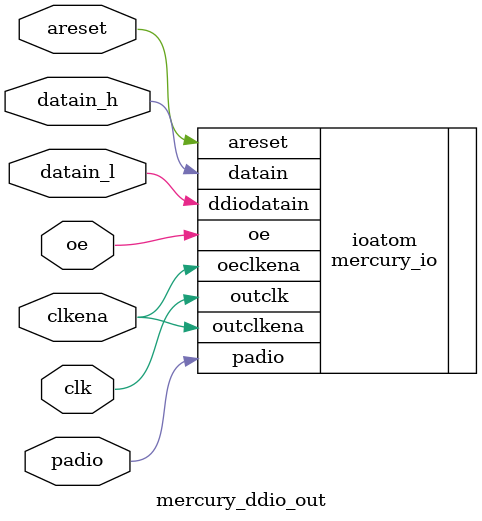
<source format=v>
module mercury_ddio_out(padio, clk, clkena, areset, oe, datain_h, datain_l);
	input 	clk;
	input	clkena;
	input 	areset;	
	input 	datain_h;
	input 	datain_l;
	input 	oe;
	inout 	padio;
   
	parameter areset_mode = "clear";
	parameter power_up_mode = "low";
	
	parameter operation_mode = "output";
	parameter ddio_mode = "output";
	parameter oe_register_mode = "register";
	parameter oe_reset = areset_mode;
	parameter oe_power_up = power_up_mode;
	parameter output_register_mode = "register";
	parameter output_reset = areset_mode;
	parameter output_power_up = power_up_mode;
	
	mercury_io ioatom (
				.outclk(clk),
				.outclkena(clkena),
				.oeclkena(clkena),
				.areset(areset),
				.datain(datain_h),
				.ddiodatain(datain_l),
				.oe(oe),
				.padio(padio)
	);
   	defparam ioatom.operation_mode = operation_mode,
			ioatom.ddio_mode = ddio_mode,
	    	ioatom.oe_register_mode = oe_register_mode,
	    	ioatom.oe_reset = oe_reset,
	    	ioatom.oe_power_up = oe_power_up,
	    	ioatom.output_register_mode = output_register_mode,
	    	ioatom.output_reset = output_reset,
	    	ioatom.output_power_up = output_power_up;

endmodule // mercury_ddio_out


</source>
